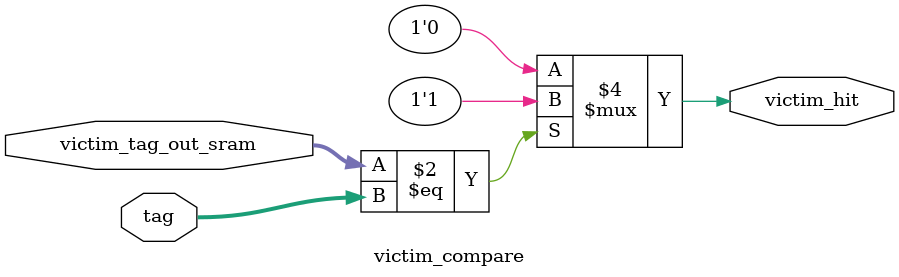
<source format=sv>

module victim_compare #(
            parameter       s_way     = 2,
            parameter       s_way_num = 2**s_way,
            parameter       s_plru    = 2**s_way-1,
            parameter       s_offset = 5,
            parameter       s_index  = 4,
            parameter       s_tag    = 32 - s_offset - s_index,
            parameter       s_mask   = 2**s_offset,
            parameter       s_line   = 8*s_mask,
            parameter       num_sets = 2**s_index
)(    
    input logic [s_tag-1:0] tag,
    input logic [s_tag-1:0] victim_tag_out_sram,
    output logic victim_hit
);

always_comb
begin 
    if (victim_tag_out_sram == tag) begin
        victim_hit = 1'b1;
    end else begin
        victim_hit = 1'b0;    
    end
end


endmodule : victim_compare
</source>
